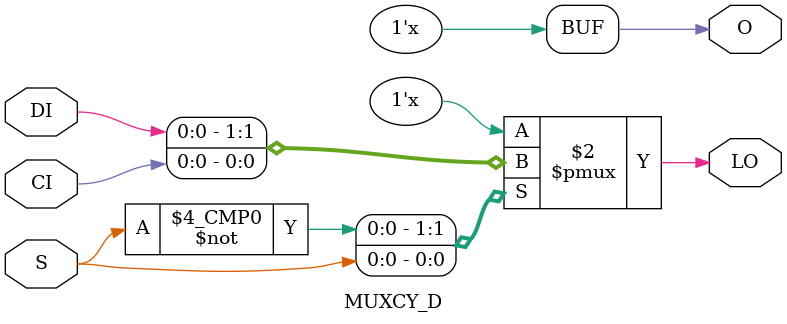
<source format=v>
/*
Author(s): Steven Miller
Date created: September 19 2024
Purpose: replacement for xilinx MUXCY hard IP

Notes:
	$ Steven 9/19/2024: initial creation
*/

module MUXCY_D
(
	input DI,
	input CI,
	input S,
	output reg LO,
	output reg O
	
);

always @ (DI or CI or S)
begin
	case(S)
		0: LO <= DI;
		1: LO <= CI;
	endcase
	O <= LO;
end

endmodule
</source>
